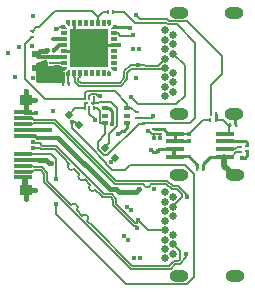
<source format=gbl>
G04*
G04 #@! TF.GenerationSoftware,Altium Limited,Altium Designer,20.1.14 (287)*
G04*
G04 Layer_Physical_Order=4*
G04 Layer_Color=16711680*
%FSLAX25Y25*%
%MOIN*%
G70*
G04*
G04 #@! TF.SameCoordinates,3A9065B2-305A-42DB-86BC-D4C8425A37C0*
G04*
G04*
G04 #@! TF.FilePolarity,Positive*
G04*
G01*
G75*
%ADD13C,0.00500*%
%ADD14C,0.01000*%
%ADD16R,0.01181X0.01102*%
%ADD17R,0.01102X0.01181*%
%ADD24R,0.05906X0.01378*%
%ADD43C,0.00600*%
%ADD44C,0.01500*%
%ADD45C,0.01100*%
%ADD46C,0.01200*%
%ADD47C,0.01400*%
%ADD48C,0.01300*%
%ADD49C,0.02000*%
%ADD50C,0.02559*%
%ADD51O,0.06299X0.03937*%
%ADD52C,0.01500*%
%ADD53C,0.01968*%
%ADD56R,0.01181X0.01181*%
%ADD57R,0.01968X0.01181*%
%ADD58R,0.01181X0.01181*%
%ADD59R,0.01181X0.01968*%
%ADD60R,0.12992X0.12992*%
%ADD61R,0.02165X0.02165*%
%ADD62O,0.06299X0.01575*%
%ADD63R,0.01968X0.01575*%
%ADD64P,0.03062X4X360.0*%
%ADD65R,0.01378X0.00984*%
%ADD66R,0.00787X0.01181*%
%ADD67R,0.03937X0.03543*%
%ADD68C,0.00800*%
G36*
X47588Y87216D02*
X47194D01*
Y88003D01*
X48376D01*
X47588Y87216D01*
D02*
G37*
G36*
X34596D02*
X34202D01*
X33415Y88003D01*
X34596D01*
Y87216D01*
D02*
G37*
G36*
X48966Y86231D02*
X48179D01*
Y86625D01*
X48966Y87413D01*
Y86231D01*
D02*
G37*
G36*
X33612Y86625D02*
Y86231D01*
X32824D01*
Y87413D01*
X33612Y86625D01*
D02*
G37*
G36*
X48966Y72452D02*
X48179Y73239D01*
Y73633D01*
X48966D01*
Y72452D01*
D02*
G37*
G36*
X33612Y73239D02*
X32824Y72452D01*
Y73633D01*
X33612D01*
Y73239D01*
D02*
G37*
G36*
X48376Y71861D02*
X47194D01*
Y72649D01*
X47588D01*
X48376Y71861D01*
D02*
G37*
G36*
X34596Y71861D02*
X33415Y71861D01*
X34202Y72649D01*
X34596D01*
X34596Y71861D01*
D02*
G37*
G36*
X26806Y75836D02*
X27060Y75749D01*
X27244Y75470D01*
Y73970D01*
X29425D01*
Y74205D01*
X31143D01*
Y73921D01*
X32091D01*
X32283Y73633D01*
Y72452D01*
X32442Y72069D01*
X32830Y71882D01*
X32915Y71449D01*
Y70180D01*
X33124D01*
Y69172D01*
X33091D01*
Y68326D01*
X23799Y68306D01*
X23446Y68659D01*
Y75016D01*
X25627Y75562D01*
X25901Y75836D01*
X26806D01*
X26806Y75836D01*
D02*
G37*
D13*
X59100Y34765D02*
G03*
X61599Y34765I1250J0D01*
G01*
X41315Y34391D02*
G03*
X43083Y32623I884J-884D01*
G01*
X37780Y37926D02*
G03*
X39547Y36158I884J-884D01*
G01*
X34244Y41462D02*
G03*
X36012Y39694I884J-884D01*
G01*
X36871Y25900D02*
G03*
X35104Y27667I-884J884D01*
G01*
X40407Y22364D02*
G03*
X38639Y24132I-884J884D01*
G01*
X33889Y68291D02*
X34142Y68037D01*
X33889Y68291D02*
Y71476D01*
X33944Y71531D01*
X87402Y54181D02*
X88213D01*
X87785Y51531D02*
Y54159D01*
X39736Y63139D02*
Y65049D01*
X26338Y63114D02*
X39692D01*
X19687Y69765D02*
X26338Y63114D01*
X19687Y69765D02*
Y81468D01*
X22150Y85411D02*
Y85607D01*
X23361Y86819D02*
X24134D01*
X22150Y85607D02*
X23361Y86819D01*
X19687Y81468D02*
X21872Y83653D01*
X43481Y59867D02*
X44500Y58847D01*
Y55379D02*
Y58847D01*
X44469Y55348D02*
X44500Y55379D01*
X44469Y55097D02*
Y55348D01*
X44499Y61988D02*
X48410D01*
X44034Y61523D02*
X44499Y61988D01*
X43996Y61523D02*
X44034D01*
X73426Y11141D02*
X73666Y11381D01*
X73426Y10182D02*
Y11141D01*
X71202Y7958D02*
X73426Y10182D01*
X57154Y74447D02*
X57218Y74383D01*
X54968Y74447D02*
X57154D01*
X52718Y72197D02*
X54968Y74447D01*
X59371Y74469D02*
X59819Y74021D01*
X57280Y74469D02*
X59371D01*
X57903Y72971D02*
X65975D01*
X57901Y72969D02*
X57903Y72971D01*
X56659Y72969D02*
X57901D01*
X56656Y72971D02*
X56659Y72969D01*
X54906Y72971D02*
X56656D01*
X63868Y74014D02*
X66305Y76451D01*
X59850Y74014D02*
X63868D01*
X65975Y72971D02*
X66305Y73301D01*
X53718Y71783D02*
X54906Y72971D01*
X53718Y69540D02*
Y71783D01*
X51593Y67415D02*
X53718Y69540D01*
X52718Y69954D02*
Y72197D01*
X51179Y68415D02*
X52718Y69954D01*
X37942Y70430D02*
Y71665D01*
X38169Y68415D02*
X51179D01*
X37458Y69125D02*
Y69946D01*
X37942Y70430D01*
X37458Y69125D02*
X38169Y68415D01*
X35974Y70430D02*
Y71665D01*
Y70430D02*
X36458Y69946D01*
X37755Y67415D02*
X51593D01*
X36458Y68711D02*
Y69946D01*
Y68711D02*
X37755Y67415D01*
X22572Y40272D02*
X25218D01*
X27085Y38405D01*
X22572Y39272D02*
X24804D01*
X26085Y37991D01*
X44469Y55097D02*
X44645Y54921D01*
X40328Y65641D02*
X49528D01*
X42209Y61433D02*
X42287Y61510D01*
X48410Y61988D02*
X50304Y60094D01*
X27085Y35686D02*
Y38405D01*
X26085Y35272D02*
Y37991D01*
X22112Y46686D02*
X24540D01*
X57000Y20000D02*
Y20234D01*
X56517Y20717D02*
X57000Y20234D01*
X56904Y21742D02*
X57295Y22132D01*
X56440Y21742D02*
X56904D01*
X50116Y28065D02*
X56440Y21742D01*
X50001Y35765D02*
X67124D01*
X50304Y53876D02*
Y60094D01*
X47757Y51329D02*
X50304Y53876D01*
X47757Y48393D02*
Y51329D01*
X22368Y48667D02*
X22889Y48146D01*
X24540Y46686D02*
X25028Y46198D01*
X22088Y46662D02*
X22112Y46686D01*
X29746Y56020D02*
X50001Y35765D01*
X29331Y55020D02*
X49587Y34765D01*
X68159Y6367D02*
X69750Y7958D01*
X54990Y6367D02*
X68159D01*
X69043Y8665D02*
X69336Y8958D01*
X69043Y8665D02*
X69043D01*
X67744Y7367D02*
X69043Y8665D01*
X55404Y7367D02*
X67744D01*
X18967Y36738D02*
X19460Y36245D01*
X22088Y40757D02*
X22572Y40272D01*
X69072Y27415D02*
X71809Y30153D01*
Y31293D01*
X70293Y32809D02*
X71809Y31293D01*
X68665Y32809D02*
X70293D01*
X66710Y34765D02*
X68665Y32809D01*
X49587Y34765D02*
X56599D01*
X66600D02*
X66710D01*
X64100D02*
X66600D01*
X61599D02*
X64100D01*
X56599D02*
X59100D01*
X22572Y55020D02*
X29331D01*
X22088Y54536D02*
X22572Y55020D01*
X49116Y27651D02*
X56050Y20717D01*
X49116Y27651D02*
Y29379D01*
X48209Y30286D02*
X49116Y29379D01*
X45420Y30286D02*
X48209D01*
X36012Y39694D02*
X37780Y37926D01*
X43083Y32623D02*
X44851Y30855D01*
X39547Y36158D02*
X41315Y34391D01*
X32476Y43229D02*
X34244Y41462D01*
X29508Y46198D02*
X32476Y43229D01*
X25028Y46198D02*
X29508D01*
X50116Y28065D02*
Y29793D01*
X48624Y31286D02*
X50116Y29793D01*
X45834Y31286D02*
X48624D01*
X29922Y47198D02*
X45834Y31286D01*
X25442Y47198D02*
X29922D01*
X24493Y48146D02*
X25442Y47198D01*
X22889Y48146D02*
X24493D01*
X60623Y19262D02*
X66316D01*
X57384Y22501D02*
X60623Y19262D01*
X45170Y30536D02*
X45420Y30286D01*
X44851Y30855D02*
X45170Y30536D01*
X56050Y20717D02*
X56517D01*
X42175Y20596D02*
X55404Y7367D01*
X27085Y35686D02*
X34689Y28082D01*
X35104Y27667D01*
X36871Y25900D02*
X38639Y24132D01*
X40407Y22364D02*
X42175Y20596D01*
X26085Y35272D02*
X54990Y6367D01*
X69750Y7958D02*
X71202D01*
X22088Y38788D02*
X22572Y39272D01*
X18885Y38788D02*
X22088D01*
X69072Y14537D02*
X71257Y12353D01*
Y9426D02*
Y12353D01*
X69336Y8958D02*
X70788D01*
X71257Y9426D01*
X18885Y40757D02*
X22088D01*
X46328Y46964D02*
X47757Y48393D01*
X22572Y56020D02*
X29746D01*
X22088Y56505D02*
X22572Y56020D01*
X87785Y51531D02*
X87881Y51435D01*
X24134Y86819D02*
X29522Y92207D01*
X41969D01*
X43848Y90328D01*
Y88200D02*
Y90328D01*
X39736Y65049D02*
X40328Y65641D01*
X49528D02*
X53722Y61446D01*
Y60027D02*
Y61446D01*
X42287Y61510D02*
X44004D01*
X44645Y54921D02*
X46217D01*
X42483Y59867D02*
X43481D01*
X42188Y61510D02*
X42287D01*
X42483Y61707D02*
Y63154D01*
X39728Y61319D02*
X39950Y61542D01*
X39728Y59867D02*
Y61319D01*
X85697Y55886D02*
X87402Y54181D01*
X83713Y55886D02*
X85697D01*
X69072Y27136D02*
Y27415D01*
X73950Y30286D02*
Y30566D01*
X70707Y33809D02*
X73950Y30566D01*
X69080Y33809D02*
X70707D01*
X67124Y35765D02*
X69080Y33809D01*
X18885Y56505D02*
X22088D01*
X18885Y54536D02*
X22088D01*
D14*
X69631Y51406D02*
X69637Y51412D01*
X62717Y53050D02*
X64752D01*
X53766Y53617D02*
Y54928D01*
X91795Y43282D02*
X92813D01*
X69361Y48873D02*
X69631D01*
X74264D01*
X89635Y54586D02*
X89934Y54287D01*
X69399Y43814D02*
X74219D01*
X63396Y45311D02*
X64457Y46373D01*
X50210Y86826D02*
X54754D01*
X77109Y39829D02*
Y40924D01*
X89635Y54586D02*
Y58033D01*
X52589Y52440D02*
X53766Y53617D01*
X35974Y84466D02*
Y88200D01*
X74219Y43814D02*
X77109Y40924D01*
X93733Y45399D02*
X93785Y45451D01*
X93733Y44201D02*
Y45399D01*
X92813Y43282D02*
X93733Y44201D01*
X93765Y47517D02*
Y48322D01*
X93243Y48844D02*
X93765Y48322D01*
X86172Y48844D02*
X93243D01*
X86166Y48849D02*
X86172Y48844D01*
X19378Y58462D02*
X23438D01*
X69631Y48873D02*
Y51406D01*
Y48849D02*
Y48873D01*
X47652Y60042D02*
X48583Y59111D01*
Y54492D02*
Y59111D01*
X46444Y80917D02*
X49163D01*
X65832Y53061D02*
X67433Y51459D01*
X64751Y53061D02*
X65832D01*
X32628Y78948D02*
X36294D01*
X64457Y46373D02*
X69399D01*
X62308Y45311D02*
X63396D01*
X61847Y45772D02*
X62308Y45311D01*
X46250Y60042D02*
X47652D01*
X51911Y52440D02*
X52589D01*
X50747Y51276D02*
X51911Y52440D01*
X83302Y58011D02*
X83332Y58040D01*
X83302Y55925D02*
Y58011D01*
D16*
X28335Y75021D02*
D03*
Y76871D02*
D03*
X56998Y56729D02*
D03*
Y58579D02*
D03*
X91432Y47109D02*
D03*
Y45258D02*
D03*
X59381Y56705D02*
D03*
Y54855D02*
D03*
X21993Y83656D02*
D03*
Y85506D02*
D03*
X93733Y47360D02*
D03*
Y45510D02*
D03*
X25716Y75037D02*
D03*
Y76887D02*
D03*
X62552Y51205D02*
D03*
Y53055D02*
D03*
X64751Y51210D02*
D03*
Y53061D02*
D03*
D17*
X47188Y92044D02*
D03*
X49038D02*
D03*
X81476Y58072D02*
D03*
X83327D02*
D03*
X32292Y68081D02*
D03*
X34142D02*
D03*
X83302Y55925D02*
D03*
X81452D02*
D03*
X78964Y39557D02*
D03*
X77114D02*
D03*
X89928Y54145D02*
D03*
X88077D02*
D03*
D24*
X18885Y58473D02*
D03*
Y56505D02*
D03*
Y54536D02*
D03*
Y52568D02*
D03*
Y50599D02*
D03*
Y44694D02*
D03*
Y42725D02*
D03*
Y40757D02*
D03*
Y38788D02*
D03*
Y36820D02*
D03*
D43*
X67433Y51459D02*
X69766D01*
X54754Y86826D02*
X54806Y86773D01*
X61837Y51200D02*
X62717D01*
X90114Y45222D02*
X91470D01*
X49163Y80917D02*
X51039D01*
X31085Y86821D02*
X32261D01*
X18812Y36861D02*
X18935Y36738D01*
X28335Y75021D02*
X32641D01*
X32664Y74998D01*
X43879Y64106D02*
X44761D01*
X26989Y76979D02*
Y76980D01*
X56472Y58673D02*
X57052D01*
X54921Y63624D02*
X57240Y61305D01*
X70090D01*
X72835Y64050D01*
Y74251D01*
X69061Y78025D02*
X72835Y74251D01*
X43441Y64544D02*
X43879Y64106D01*
X41105Y58092D02*
X42965Y56232D01*
X59392Y56729D02*
X59416Y56705D01*
X49131Y84886D02*
X50586D01*
X56998Y56729D02*
X59392D01*
X56215Y88386D02*
X66759D01*
X52568Y92033D02*
X56215Y88386D01*
X58120Y89724D02*
X65610D01*
X56752Y91093D02*
X58120Y89724D01*
X51334Y84137D02*
X55471D01*
X89612Y58056D02*
X89635Y58033D01*
X89611Y46274D02*
X90446Y47109D01*
X87031Y46274D02*
X89611D01*
X87031Y45985D02*
Y46274D01*
X90446Y47109D02*
X91432D01*
X53755Y54940D02*
X53766Y54928D01*
X35926Y84418D02*
X35974Y84466D01*
X43876Y90330D02*
X45591Y92044D01*
X47188D01*
X49168Y92033D02*
X52568D01*
X66759Y88386D02*
X67327Y87818D01*
X70210D01*
X76351Y81677D01*
Y56626D02*
Y81677D01*
X73554Y88942D02*
X85313Y77183D01*
X73184Y88942D02*
X73554D01*
X85313Y71393D02*
Y77183D01*
X73160Y88918D02*
X73184Y88942D01*
X67782Y88918D02*
X73160D01*
X74580Y54855D02*
X76351Y56626D01*
X59381Y54855D02*
X74580D01*
X59416Y56705D02*
X62015D01*
X59381D02*
X59416D01*
X62015D02*
X62395Y57086D01*
X55117Y60027D02*
X56472Y58673D01*
X53722Y60027D02*
X55117D01*
X57678Y54791D02*
X59363D01*
X88624Y43731D02*
X90114Y45222D01*
X86166Y43731D02*
X88624D01*
X42965Y56221D02*
Y56232D01*
X46328Y46567D02*
Y46964D01*
X18885Y44694D02*
X28216D01*
X19352Y58488D02*
X19378Y58462D01*
X75968Y3505D02*
Y37867D01*
X73719Y1257D02*
X75968Y3505D01*
X53382Y1257D02*
X73719D01*
X72969Y40866D02*
X75968Y37867D01*
X35187Y55174D02*
X36320D01*
X35194Y53448D02*
Y55142D01*
Y53448D02*
X40881Y47761D01*
Y47479D02*
Y47761D01*
Y47479D02*
X46585Y41775D01*
Y41354D02*
Y41775D01*
Y41354D02*
X48760Y39179D01*
X52838D01*
X43804Y48702D02*
X46242Y51139D01*
X43804Y46154D02*
Y48702D01*
Y46154D02*
X45795Y44164D01*
X47051D02*
X57678Y54791D01*
X45795Y44164D02*
X47051D01*
X48135Y41991D02*
Y41996D01*
X52838Y39179D02*
X54524Y40866D01*
X72969D01*
X29983Y24655D02*
X53382Y1257D01*
X29983Y24655D02*
Y27931D01*
X51039Y80917D02*
X51054Y80901D01*
X86166Y43704D02*
Y43731D01*
X46291Y80764D02*
X46444Y80917D01*
X61171Y51866D02*
X61837Y51200D01*
X62717Y50066D02*
Y51200D01*
X64751Y50118D02*
Y51210D01*
X64605Y51200D02*
X64612Y51193D01*
X62717Y51200D02*
X64605D01*
X64752Y53050D02*
X64766Y53037D01*
X18935Y36738D02*
X18967D01*
X50586Y84886D02*
X51334Y84137D01*
X30518Y86254D02*
X31085Y86821D01*
X30076Y86254D02*
X30518D01*
X36294Y78948D02*
X36304Y78958D01*
X48135Y41991D02*
X49431Y43286D01*
X32595Y76980D02*
X32598Y76977D01*
X43210Y64544D02*
X43441D01*
X43208Y64545D02*
X43210Y64544D01*
X41596Y64545D02*
X43208D01*
X41105Y64055D02*
X41596Y64545D01*
X41105Y63154D02*
Y64055D01*
Y58092D02*
Y59867D01*
X65610Y89724D02*
X65622Y89713D01*
X66988D02*
X67782Y88918D01*
X65622Y89713D02*
X66988D01*
X46242Y51139D02*
Y54909D01*
X81476Y67556D02*
X85313Y71393D01*
X81476Y58072D02*
Y67556D01*
X34351Y57792D02*
X36426Y59867D01*
X36888D01*
X36320Y55174D02*
X37083Y54410D01*
X30015Y36466D02*
Y42895D01*
X28216Y44694D02*
X30015Y42895D01*
X36888Y59867D02*
X39728D01*
D44*
X19793Y62745D02*
Y65612D01*
X26604Y78851D02*
X26939Y79186D01*
X23965Y78196D02*
X24620Y78851D01*
X23455Y78196D02*
X23965D01*
X23747Y77978D02*
X23965Y78196D01*
X23128Y77978D02*
X23747D01*
X24620Y78851D02*
X26604D01*
X19814Y59158D02*
Y62024D01*
X26490Y42669D02*
X27561Y41599D01*
X24349Y42669D02*
X26490D01*
X27561Y41599D02*
X28277D01*
X19876Y62688D02*
X23043D01*
X19808Y29570D02*
Y32397D01*
X20036Y32681D02*
X23089D01*
X56665Y31922D02*
X57649Y32906D01*
X50924Y31907D02*
X56108D01*
X30786Y50038D02*
X47872Y32952D01*
X56108Y31922D02*
X56665D01*
X56502Y31907D02*
X56647D01*
X49878Y32952D02*
X50924Y31907D01*
X47872Y32952D02*
X49878D01*
D45*
X81432Y43704D02*
X86166D01*
X78974Y39558D02*
Y41246D01*
X81432Y43704D01*
D46*
X29224Y79048D02*
X31093Y80917D01*
X29054Y82885D02*
X32628D01*
X26989Y76980D02*
X32595D01*
X23960Y76979D02*
X26989D01*
X22896Y78043D02*
X23960Y76979D01*
X66305Y76451D02*
X66607Y76148D01*
X31093Y80917D02*
X32628D01*
D47*
X18894Y42734D02*
X24355D01*
X19027Y52585D02*
X27922D01*
X23696Y50038D02*
X30786D01*
X18885Y52568D02*
X18896Y52578D01*
X18885Y42725D02*
X18894Y42734D01*
D48*
X69399Y43814D02*
Y46373D01*
X23106Y50628D02*
X23696Y50038D01*
X20231Y50628D02*
X23106D01*
D49*
X86107Y40662D02*
Y43591D01*
X86120Y43604D01*
X86107Y40662D02*
X89246Y37523D01*
X19460Y33088D02*
Y36245D01*
X66305Y69906D02*
Y70151D01*
D50*
X66316Y19262D02*
D03*
Y22411D02*
D03*
Y16112D02*
D03*
Y25561D02*
D03*
Y12963D02*
D03*
Y28711D02*
D03*
Y9813D02*
D03*
Y31860D02*
D03*
X69072Y17687D02*
D03*
Y23986D02*
D03*
Y14537D02*
D03*
Y11388D02*
D03*
Y30286D02*
D03*
Y27136D02*
D03*
X69061Y84325D02*
D03*
Y65427D02*
D03*
Y81175D02*
D03*
Y68577D02*
D03*
Y78025D02*
D03*
Y71726D02*
D03*
X66305Y85899D02*
D03*
Y63852D02*
D03*
Y82750D02*
D03*
Y67002D02*
D03*
Y79600D02*
D03*
Y70151D02*
D03*
Y76451D02*
D03*
Y73301D02*
D03*
D51*
X70843Y37648D02*
D03*
Y4026D02*
D03*
X89465Y37648D02*
D03*
Y4026D02*
D03*
X89454Y58065D02*
D03*
Y91687D02*
D03*
X70832Y58065D02*
D03*
Y91687D02*
D03*
D52*
X54892Y63667D02*
D03*
X14070Y78464D02*
D03*
X16351Y70330D02*
D03*
X22128Y70080D02*
D03*
X17483Y80284D02*
D03*
X26936Y79180D02*
D03*
X43000Y56000D02*
D03*
X44500Y64000D02*
D03*
X30888Y71054D02*
D03*
X29381Y72561D02*
D03*
X73786Y30283D02*
D03*
X73338Y11298D02*
D03*
X50862Y80914D02*
D03*
X55504Y84296D02*
D03*
X57280Y74469D02*
D03*
X26375Y42698D02*
D03*
X29198Y79142D02*
D03*
X29193Y82919D02*
D03*
X21917Y80590D02*
D03*
X62436Y57158D02*
D03*
X24253Y42726D02*
D03*
X27839Y52596D02*
D03*
X22784Y52533D02*
D03*
X52590Y17427D02*
D03*
X55001Y25813D02*
D03*
X28354Y41614D02*
D03*
X25391Y52610D02*
D03*
X19794Y65601D02*
D03*
X23438Y58462D02*
D03*
X23063Y62712D02*
D03*
X19808Y29570D02*
D03*
X23089Y32681D02*
D03*
X56752Y91124D02*
D03*
X86060Y41742D02*
D03*
X57000Y20000D02*
D03*
X62626Y32934D02*
D03*
X60696Y52220D02*
D03*
X48583Y54492D02*
D03*
X22250Y48656D02*
D03*
X22338Y46656D02*
D03*
X48135Y41996D02*
D03*
X29983Y27931D02*
D03*
X62691Y49843D02*
D03*
X64758Y49830D02*
D03*
X57904Y10009D02*
D03*
X55989Y10018D02*
D03*
X54774Y86780D02*
D03*
X55652Y79782D02*
D03*
X57528Y79760D02*
D03*
X56654Y69976D02*
D03*
X30076Y86254D02*
D03*
X28895Y59126D02*
D03*
X57384Y22501D02*
D03*
X91843Y43327D02*
D03*
X61784Y46044D02*
D03*
X63794Y45584D02*
D03*
X22153Y90478D02*
D03*
X50747Y51276D02*
D03*
X74264Y48873D02*
D03*
X74243Y51315D02*
D03*
X35187Y55174D02*
D03*
X29993Y36408D02*
D03*
X54002Y16048D02*
D03*
X53650Y27123D02*
D03*
X56108Y31922D02*
D03*
X57653Y32902D02*
D03*
D53*
X36958Y83869D02*
D03*
X44832D02*
D03*
X36958Y79932D02*
D03*
X44832D02*
D03*
X40895Y83869D02*
D03*
Y79932D02*
D03*
X44832Y75995D02*
D03*
X40895D02*
D03*
X36958D02*
D03*
D56*
X49557Y86822D02*
D03*
Y73043D02*
D03*
X32234D02*
D03*
Y86822D02*
D03*
D57*
X49163Y84854D02*
D03*
Y82885D02*
D03*
Y80917D02*
D03*
Y78948D02*
D03*
Y76980D02*
D03*
Y75011D02*
D03*
X32628D02*
D03*
Y76980D02*
D03*
Y78948D02*
D03*
Y80917D02*
D03*
Y82885D02*
D03*
Y84854D02*
D03*
D58*
X47785Y71271D02*
D03*
X34005D02*
D03*
Y88594D02*
D03*
X47785D02*
D03*
D59*
X45816Y71665D02*
D03*
X43848D02*
D03*
X41879D02*
D03*
X39911D02*
D03*
X37942D02*
D03*
X35974D02*
D03*
Y88200D02*
D03*
X37942D02*
D03*
X39911D02*
D03*
X41879D02*
D03*
X43848D02*
D03*
X45816D02*
D03*
D60*
X40895Y79932D02*
D03*
D61*
X22906Y73329D02*
D03*
Y77929D02*
D03*
D62*
X86166Y51408D02*
D03*
Y48849D02*
D03*
Y46290D02*
D03*
Y43731D02*
D03*
X69631Y51408D02*
D03*
Y48849D02*
D03*
Y46290D02*
D03*
Y43731D02*
D03*
D63*
X53722Y60027D02*
D03*
Y57468D02*
D03*
Y54909D02*
D03*
X46242D02*
D03*
Y57468D02*
D03*
Y60027D02*
D03*
D64*
X49502Y43392D02*
D03*
X46249Y46644D02*
D03*
X37620Y54409D02*
D03*
X34368Y57662D02*
D03*
D65*
X40023Y61510D02*
D03*
X42188D02*
D03*
D66*
X39728Y59867D02*
D03*
X42483D02*
D03*
X39728Y63154D02*
D03*
X42483D02*
D03*
X41105D02*
D03*
Y59867D02*
D03*
D67*
X19869Y62706D02*
D03*
Y32588D02*
D03*
D68*
X69813Y51435D02*
X74406D01*
X78897Y55925D01*
X81452D01*
M02*

</source>
